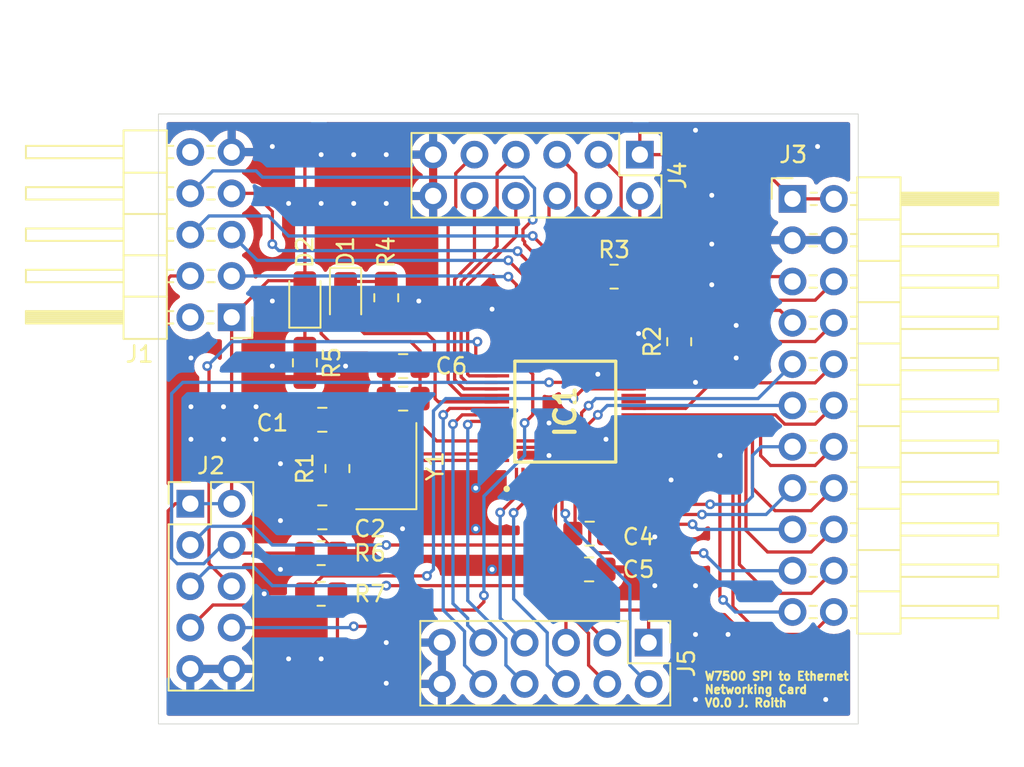
<source format=kicad_pcb>
(kicad_pcb (version 20240108) (generator "pcbnew") (generator_version "8.0")
  (layers (0 "F.Cu" signal) (31 "B.Cu" signal) (34 "B.Paste" user) (35 "F.Paste" user) (36 "B.SilkS" user "B.Silkscreen") (37 "F.SilkS" user "F.Silkscreen") (38 "B.Mask" user) (39 "F.Mask" user) (44 "Edge.Cuts" user))
  (net 0 "")
  (net 1 "XIN")
  (net 2 "GND")
  (net 3 "XOUT")
  (net 4 "+3V3")
  (net 5 "Net-(D1-K)")
  (net 6 "Net-(D2-K)")
  (net 7 "/MII Connector/RXDV")
  (net 8 "/MII Connector/TXD3")
  (net 9 "/MII Connector/TXEN")
  (net 10 "/Debug Interfaces/BOOT")
  (net 11 "/SPI & IRQ Connector/~{CS}")
  (net 12 "/SPI & IRQ Connector/MISO")
  (net 13 "/MII Connector/CRS")
  (net 14 "/Pin Header/PC_04")
  (net 15 "/MII Connector/RXD0")
  (net 18 "/MII Connector/RXD1")
  (net 19 "/Debug Interfaces/SWD_SWDCLK")
  (net 20 "Net-(IC1-TEST)")
  (net 21 "/MII Connector/RXD2")
  (net 22 "/Pin Header/PA_14")
  (net 23 "/MII Connector/MDC")
  (net 24 "/Debug Interfaces/~{RESET}")
  (net 26 "/Pin Header/PA_12")
  (net 27 "/MII Connector/PHY_IRQ")
  (net 28 "/Debug Interfaces/SWD_SWDIO")
  (net 29 "/Debug Interfaces/ISP_TXD")
  (net 30 "/Debug Interfaces/ISP_RXD")
  (net 31 "/MII Connector/COL")
  (net 32 "/MII Connector/TXD0")
  (net 33 "/MII Connector/TXCLK")
  (net 34 "/MII Connector/MDIO")
  (net 35 "/SPI & IRQ Connector/SCLK")
  (net 36 "/MII Connector/TXD2")
  (net 37 "/SPI & IRQ Connector/IRQ")
  (net 38 "/MII Connector/RXCLK")
  (net 39 "/Pin Header/PA_13")
  (net 40 "/MII Connector/RXD3")
  (net 41 "/MII Connector/~{PHY_RESET}")
  (net 42 "/SPI & IRQ Connector/MOSI")
  (net 43 "/Pin Header/PA_11")
  (net 44 "/MII Connector/TXD1")
  (net 47 "/W7500/PA_01")
  (net 48 "/W7500/PA_00")
  (net 49 "/W7500/PB_15")
  (net 50 "/Pin Header/PC_01")
  (net 51 "/Pin Header/PC_00")
  (net 52 "/Pin Header/PC_06")
  (net 53 "/Pin Header/PC_07")
  (net 54 "/Pin Header/PC_13")
  (net 55 "/Pin Header/PC_05")
  (net 56 "/Pin Header/PC_15")
  (net 57 "/Pin Header/PC_09")
  (net 58 "/Pin Header/PC_08")
  (net 59 "/Pin Header/PC_14")
  (net 60 "/Pin Header/PC_03")
  (net 61 "/Pin Header/PC_12")
  (net 62 "Net-(IC1-PA_08)")
  (net 63 "PC_02")
  (net 64 "/W7500/PB_14")
  (net 65 "/Pin Header/PA_10")
  (net 66 "/W7500/PA_09")
  (footprint "Resistor_SMD:R_0805_2012Metric_Pad1.20x1.40mm_HandSolder" (layer "F.Cu") (at 86.5 86.8 -90)
    (property "Reference" "R5")
    (property "Value" "500")
  )
  (footprint "Connector_PinHeader_2.54mm:PinHeader_2x06_P2.54mm_Vertical" (layer "F.Cu") (at 107.08 74 -90)
    (property "Reference" "J4")
    (property "Value" "Conn_02x06_Odd_Even")
  )
  (footprint "Resistor_SMD:R_0805_2012Metric_Pad1.20x1.40mm_HandSolder" (layer "F.Cu") (at 109.5 85.5 90)
    (property "Reference" "R2")
    (property "Value" "4.7k")
  )
  (footprint "Crystal:Crystal_SMD_5032-4Pin_5.0x3.2mm" (layer "F.Cu") (at 91.5 93.15 90)
    (property "Reference" "Y1")
    (property "Value" "8MHz")
  )
  (footprint "LED_SMD:LED_0805_2012Metric_Pad1.15x1.40mm_HandSolder" (layer "F.Cu") (at 86.5 82.775 90)
    (property "Reference" "D2")
    (property "Value" "LED")
  )
  (footprint "Connector_PinHeader_2.54mm:PinHeader_2x06_P2.54mm_Vertical" (layer "F.Cu") (at 107.62 104 -90)
    (property "Reference" "J5")
    (property "Value" "Conn_02x06_Odd_Even")
  )
  (footprint "Capacitor_SMD:C_0805_2012Metric_Pad1.18x1.45mm_HandSolder" (layer "F.Cu") (at 103.9625 99.5)
    (property "Reference" "C5")
    (property "Value" "10u")
  )
  (footprint "Capacitor_SMD:C_0805_2012Metric_Pad1.18x1.45mm_HandSolder" (layer "F.Cu") (at 92.5375 87 180)
    (property "Reference" "C6")
    (property "Value" "1u")
  )
  (footprint "Connector_PinHeader_2.54mm:PinHeader_2x11_P2.54mm_Horizontal" (layer "F.Cu") (at 116.46 76.72)
    (property "Reference" "J3")
    (property "Value" "Conn_02x11_Odd_Even")
  )
  (footprint "Resistor_SMD:R_0805_2012Metric_Pad1.20x1.40mm_HandSolder" (layer "F.Cu") (at 87.5 101 180)
    (property "Reference" "R7")
    (property "Value" "4.7k")
  )
  (footprint "Resistor_SMD:R_0805_2012Metric_Pad1.20x1.40mm_HandSolder" (layer "F.Cu") (at 87.5 98.5)
    (property "Reference" "R6")
    (property "Value" "4.7k")
  )
  (footprint "Connector_PinHeader_2.54mm:PinHeader_2x05_P2.54mm_Vertical" (layer "F.Cu") (at 79.46 95.46)
    (property "Reference" "J2")
    (property "Value" "Conn_02x05_Odd_Even")
  )
  (footprint "Capacitor_SMD:C_0805_2012Metric_Pad1.18x1.45mm_HandSolder" (layer "F.Cu") (at 104 97.3)
    (property "Reference" "C4")
    (property "Value" "1u")
  )
  (footprint "Resistor_SMD:R_0805_2012Metric_Pad1.20x1.40mm_HandSolder" (layer "F.Cu") (at 105.5 81.5)
    (property "Reference" "R3")
    (property "Value" "500")
  )
  (footprint "Capacitor_SMD:C_0805_2012Metric_Pad1.18x1.45mm_HandSolder" (layer "F.Cu") (at 92.5375 89 180)
    (property "Reference" "C3" (hide yes))
    (property "Value" "10u")
  )
  (footprint "SamacSys_Parts:QFP40P900X900X160-64N" (layer "F.Cu") (at 102.5 89.8 90)
    (property "Reference" "IC1")
    (property "Value" "W7500" (hide yes))
  )
  (footprint "LED_SMD:LED_0805_2012Metric_Pad1.15x1.40mm_HandSolder" (layer "F.Cu") (at 89 82.82 -90)
    (property "Reference" "D1")
    (property "Value" "LED")
  )
  (footprint "Capacitor_SMD:C_0805_2012Metric_Pad1.18x1.45mm_HandSolder" (layer "F.Cu") (at 87.57 90.3 180)
    (property "Reference" "C1")
    (property "Value" "18p")
  )
  (footprint "Connector_PinHeader_2.54mm:PinHeader_2x05_P2.54mm_Horizontal" (layer "F.Cu") (at 82 84 180)
    (property "Reference" "J1")
    (property "Value" "Conn_02x05_Odd_Even")
  )
  (footprint "Resistor_SMD:R_0805_2012Metric_Pad1.20x1.40mm_HandSolder" (layer "F.Cu") (at 91.5 82.8 -90)
    (property "Reference" "R4")
    (property "Value" "R")
  )
  (footprint "Capacitor_SMD:C_0805_2012Metric_Pad1.18x1.45mm_HandSolder" (layer "F.Cu") (at 87.57 96.3 180)
    (property "Reference" "C2")
    (property "Value" "18p")
  )
  (footprint "Resistor_SMD:R_0805_2012Metric_Pad1.20x1.40mm_HandSolder" (layer "F.Cu") (at 88.5 93.3 -90)
    (property "Reference" "R1")
    (property "Value" "1M")
  )
  (gr_rect (start 77.5 71.5) (end 120.5 109) (stroke (width 0.05)) (fill none) (layer "Edge.Cuts"))
  (gr_text "W7500 SPI to Ethernet\nNetworking Card\nV0.0 J. Roith\n" (at 111 108 0) (layer "F.SilkS") (effects (font (size 0.508 0.508) (thickness 0.127) (bold yes)) (justify left bottom)))
  (segment (start 98.3 92.4) (end 93.4 92.4) (width 0.2) (layer "F.Cu") (net 1))
  (segment (start 92.5 92.5) (end 92.5 91.5) (width 0.2) (layer "F.Cu") (net 1))
  (segment (start 92 93) (end 92.5 92.5) (width 0.2) (layer "F.Cu") (net 1))
  (segment (start 93.4 92.4) (end 92.5 91.5) (width 0.2) (layer "F.Cu") (net 1))
  (segment (start 88.5 92.3) (end 88.5 90.4075) (width 0.2) (layer "F.Cu") (net 1))
  (segment (start 89.2 93) (end 92 93) (width 0.2) (layer "F.Cu") (net 1))
  (segment (start 88.5 90.4075) (end 88.6075 90.3) (width 0.2) (layer "F.Cu") (net 1))
  (segment (start 89.1075 90.8) (end 88.6075 90.3) (width 0.2) (layer "F.Cu") (net 1))
  (segment (start 88.5 92.3) (end 89.2 93) (width 0.2) (layer "F.Cu") (net 1))
  (segment (start 111.74 79.26) (end 111.5 79.5) (width 0.2) (layer "F.Cu") (net 2))
  (segment (start 79.46 105.62) (end 84.88 105.62) (width 0.2) (layer "F.Cu") (net 2))
  (segment (start 102.434314 92.5) (end 101.5 92.5) (width 0.2) (layer "F.Cu") (net 2))
  (segment (start 84.88 105.62) (end 85.5 105) (width 0.2) (layer "F.Cu") (net 2))
  (segment (start 119 79.26) (end 111.74 79.26) (width 0.2) (layer "F.Cu") (net 2))
  (segment (start 79.46 81.46) (end 78.257919 81.46) (width 0.2) (layer "F.Cu") (net 2))
  (segment (start 102.7 94) (end 102.7 92.765686) (width 0.2) (layer "F.Cu") (net 2))
  (segment (start 86.5325 96.3) (end 86.5325 96.5325) (width 0.2) (layer "F.Cu") (net 2))
  (segment (start 105.0375 97.3) (end 107.8 97.3) (width 0.2) (layer "F.Cu") (net 2))
  (segment (start 90.5 91.5) (end 90.5 90) (width 0.2) (layer "F.Cu") (net 2))
  (segment (start 107 99.5) (end 108 100.5) (width 0.2) (layer "F.Cu") (net 2))
  (segment (start 90.5 90) (end 91.5 89) (width 0.2) (layer "F.Cu") (net 2))
  (segment (start 86.5325 96.5325) (end 88.5 98.5) (width 0.2) (layer "F.Cu") (net 2))
  (segment (start 101 92) (end 101.5 92.5) (width 0.2) (layer "F.Cu") (net 2))
  (segment (start 102.7 92.765686) (end 102.434314 92.5) (width 0.2) (layer "F.Cu") (net 2))
  (segment (start 105 99.5) (end 107 99.5) (width 0.2) (layer "F.Cu") (net 2))
  (segment (start 107.8 97.3) (end 108 97.5) (width 0.2) (layer "F.Cu") (net 2))
  (segment (start 78.257919 81.46) (end 78.1 81.617919) (width 0.2) (layer "F.Cu") (net 2))
  (segment (start 79.5 86.5) (end 78.1 85.1) (width 0.2) (layer "F.Cu") (net 2))
  (segment (start 78.1 85.1) (end 78.1 81.617919) (width 0.2) (layer "F.Cu") (net 2))
  (segment (start 92.7 83.8) (end 93.5 83) (width 0.2) (layer "F.Cu") (net 2))
  (segment (start 119 79.26) (end 116.46 79.26) (width 0.2) (layer "F.Cu") (net 2))
  (segment (start 79.46 105.62) (end 82 105.62) (width 0.2) (layer "F.Cu") (net 2))
  (segment (start 91.5 83.8) (end 92.7 83.8) (width 0.2) (layer "F.Cu") (net 2))
  (segment (start 98.3 92) (end 101 92) (width 0.2) (layer "F.Cu") (net 2))
  (via (at 85 96.5) (size 0.6) (drill 0.3) (layers "F.Cu" "B.Cu") (net 2))
  (via (at 91.5 104) (size 0.6) (drill 0.3) (layers "F.Cu" "B.Cu") (net 2))
  (via (at 109 94) (size 0.6) (drill 0.3) (layers "F.Cu" "B.Cu") (net 2))
  (via (at 87.5 77) (size 0.6) (drill 0.3) (layers "F.Cu" "B.Cu") (net 2))
  (via (at 98 83.5) (size 0.6) (drill 0.3) (layers "F.Cu" "B.Cu") (net 2))
  (via (at 108 100.5) (size 0.6) (drill 0.3) (layers "F.Cu" "B.Cu") (net 2))
  (via (at 89.5 77) (size 0.6) (drill 0.3) (layers "F.Cu" "B.Cu") (net 2))
  (via (at 110.5 72.5) (size 0.6) (drill 0.3) (layers "F.Cu" "B.Cu") (net 2))
  (via (at 84 101) (size 0.6) (drill 0.3) (layers "F.Cu" "B.Cu") (net 2))
  (via (at 79.5 89.5) (size 0.6) (drill 0.3) (layers "F.Cu" "B.Cu") (net 2))
  (via (at 79.5 86.5) (size 0.6) (drill 0.3) (layers "F.Cu" "B.Cu") (net 2))
  (via (at 89 87) (size 0.6) (drill 0.3) (layers "F.Cu" "B.Cu") (net 2))
  (via (at 85.5 77) (size 0.6) (drill 0.3) (layers "F.Cu" "B.Cu") (net 2))
  (via (at 83.5 91.5) (size 0.6) (drill 0.3) (layers "F.Cu" "B.Cu") (net 2))
  (via (at 97 97) (size 0.6) (drill 0.3) (layers "F.Cu" "B.Cu") (net 2))
  (via (at 113 86.5) (size 0.6) (drill 0.3) (layers "F.Cu" "B.Cu") (net 2))
  (via (at 87.5 105) (size 0.6) (drill 0.3) (layers "F.Cu" "B.Cu") (net 2))
  (via (at 118.5 107.5) (size 0.6) (drill 0.3) (layers "F.Cu" "B.Cu") (net 2))
  (via (at 84.5 83) (size 0.6) (drill 0.3) (layers "F.Cu" "B.Cu") (net 2))
  (via (at 110.5 107.5) (size 0.6) (drill 0.3) (layers "F.Cu" "B.Cu") (net 2))
  (via (at 85.5 105) (size 0.6) (drill 0.3) (layers "F.Cu" "B.Cu") (net 2))
  (via (at 111.5 82) (size 0.6) (drill 0.3) (layers "F.Cu" "B.Cu") (net 2))
  (via (at 110.5 103.5) (size 0.6) (drill 0.3) (layers "F.Cu" "B.Cu") (net 2))
  (via (at 113 84.5) (size 0.6) (drill 0.3) (layers "F.Cu" "B.Cu") (net 2))
  (via (at 93.5 83) (size 0.6) (drill 0.3) (layers "F.Cu" "B.Cu") (net 2))
  (via (at 87.5 74) (size 0.6) (drill 0.3) (layers "F.Cu" "B.Cu") (net 2))
  (via (at 92.5 97) (size 0.6) (drill 0.3) (layers "F.Cu" "B.Cu") (net 2))
  (via (at 112 92.5) (size 0.6) (drill 0.3) (layers "F.Cu" "B.Cu") (net 2))
  (via (at 81.5 89.5) (size 0.6) (drill 0.3) (layers "F.Cu" "B.Cu") (net 2))
  (via (at 97 94.5) (size 0.6) (drill 0.3) (layers "F.Cu" "B.Cu") (net 2))
  (via (at 118 73.5) (size 0.6) (drill 0.3) (layers "F.Cu" "B.Cu") (net 2))
  (via (at 105 91.5) (size 0.6) (drill 0.3) (layers "F.Cu" "B.Cu") (net 2))
  (via (at 111.5 79.5) (size 0.6) (drill 0.3) (layers "F.Cu" "B.Cu") (net 2))
  (via (at 91.5 77) (size 0.6) (drill 0.3) (layers "F.Cu" "B.Cu") (net 2))
  (via (at 101.5 90.5) (size 0.6) (drill 0.3) (layers "F.Cu" "B.Cu") (net 2))
  (via (at 111.5 76.5) (size 0.6) (drill 0.3) (layers "F.Cu" "B.Cu") (net 2))
  (via (at 104.5 87.5) (size 0.6) (drill 0.3) (layers "F.Cu" "B.Cu") (net 2))
  (via (at 108 97.5) (size 0.6) (drill 0.3) (layers "F.Cu" "B.Cu") (net 2))
  (via (at 81.5 91.5) (size 0.6) (drill 0.3) (layers "F.Cu" "B.Cu") (net 2))
  (via (at 98 99.5) (size 0.6) (drill 0.3) (layers "F.Cu" "B.Cu") (net 2))
  (via (at 112.5 103.5) (size 0.6) (drill 0.3) (layers "F.Cu" "B.Cu") (net 2))
  (via (at 84.5 73.5) (size 0.6) (drill 0.3) (layers "F.Cu" "B.Cu") (net 2))
  (via (at 91.5 74) (size 0.6) (drill 0.3) (layers "F.Cu" "B.Cu") (net 2))
  (via (at 110.5 88) (size 0.6) (drill 0.3) (layers "F.Cu" "B.Cu") (net 2))
  (via (at 83.5 89.5) (size 0.6) (drill 0.3) (layers "F.Cu" "B.Cu") (net 2))
  (via (at 85 93) (size 0.6) (drill 0.3) (layers "F.Cu" "B.Cu") (net 2))
  (via (at 107 85) (size 0.6) (drill 0.3) (layers "F.Cu" "B.Cu") (net 2))
  (via (at 79.5 91.5) (size 0.6) (drill 0.3) (layers "F.Cu" "B.Cu") (net 2))
  (via (at 85 99.5) (size 0.6) (drill 0.3) (layers "F.Cu" "B.Cu") (net 2))
  (via (at 110.5 100.5) (size 0.6) (drill 0.3) (layers "F.Cu" "B.Cu") (net 2))
  (via (at 84.5 87) (size 0.6) (drill 0.3) (layers "F.Cu" "B.Cu") (net 2))
  (via (at 101.5 92.5) (size 0.6) (drill 0.3) (layers "F.Cu" "B.Cu") (net 2))
  (via (at 91.5 106.5) (size 0.6) (drill 0.3) (layers "F.Cu" "B.Cu") (net 2))
  (via (at 89.5 74) (size 0.6) (drill 0.3) (layers "F.Cu" "B.Cu") (net 2))
  (segment (start 90 94.3) (end 90.5 94.8) (width 0.2) (layer "F.Cu") (net 3))
  (segment (start 88.5 96.1925) (end 88.6075 96.3) (width 0.2) (layer "F.Cu") (net 3))
  (segment (start 88.5 94.3) (end 90 94.3) (width 0.2) (layer "F.Cu") (net 3))
  (segment (start 98.3 92.8) (end 93.2 92.8) (width 0.2) (layer "F.Cu") (net 3))
  (segment (start 88.5 94.3) (end 88.5 96.1925) (width 0.2) (layer "F.Cu") (net 3))
  (segment (start 93.2 92.8) (end 92.5 93.5) (width 0.2) (layer "F.Cu") (net 3))
  (segment (start 91.8 93.5) (end 90.5 94.8) (width 0.2) (layer "F.Cu") (net 3))
  (segment (start 92.5 93.5) (end 91.8 93.5) (width 0.2) (layer "F.Cu") (net 3))
  (segment (start 89.2275 95.68) (end 88.6075 96.3) (width 0.2) (layer "F.Cu") (net 3))
  (segment (start 88 107) (end 88.5 106.5) (width 0.2) (layer "F.Cu") (net 4))
  (segment (start 102.925 97.3375) (end 102.9625 97.3) (width 0.2) (layer "F.Cu") (net 4))
  (segment (start 94.6 91.6) (end 98.3 91.6) (width 0.2) (layer "F.Cu") (net 4))
  (segment (start 93.575 87) (end 93.575 89) (width 0.2) (layer "F.Cu") (net 4))
  (segment (start 103.1 92.6) (end 103.1 94) (width 0.2) (layer "F.Cu") (net 4))
  (segment (start 102.6 91.6) (end 103 92) (width 0.2) (layer "F.Cu") (net 4))
  (segment (start 84.25 81.75) (end 82 84) (width 0.2) (layer "F.Cu") (net 4))
  (segment (start 106.6 72.1) (end 107.08 72.58) (width 0.2) (layer "F.Cu") (net 4))
  (segment (start 102.925 99.5) (end 102.925 97.3375) (width 0.2) (layer "F.Cu") (net 4))
  (segment (start 88 85.5) (end 87.5 85) (width 0.2) (layer "F.Cu") (net 4))
  (segment (start 86.5 81.75) (end 84.25 81.75) (width 0.2) (layer "F.Cu") (net 4))
  (segment (start 87.9 72.1) (end 106.6 72.1) (width 0.2) (layer "F.Cu") (net 4))
  (segment (start 87.5 85) (end 87.5 82.75) (width 0.2) (layer "F.Cu") (net 4))
  (segment (start 93 85.5) (end 88 85.5) (width 0.2) (layer "F.Cu") (net 4))
  (segment (start 113.74 74) (end 116.46 76.72) (width 0.2) (layer "F.Cu") (net 4))
  (segment (start 93.575 89) (end 93.575 90.575) (width 0.2) (layer "F.Cu") (net 4))
  (segment (start 88.5 106.5) (end 88.5 101) (width 0.2) (layer "F.Cu") (net 4))
  (segment (start 102.9625 97.3) (end 103.1 97.1625) (width 0.2) (layer "F.Cu") (net 4))
  (segment (start 78.5 107) (end 88 107) (width 0.2) (layer "F.Cu") (net 4))
  (segment (start 78.1 95.9) (end 78.1 106.6) (width 0.2) (layer "F.Cu") (net 4))
  (segment (start 86.5 81.75) (end 86.5 73.5) (width 0.2) (layer "F.Cu") (net 4))
  (segment (start 102.925 100.925) (end 104 102) (width 0.2) (layer "F.Cu") (net 4))
  (segment (start 98.3 91.6) (end 102.6 91.6) (width 0.2) (layer "F.Cu") (net 4))
  (segment (start 119 76.72) (end 116.46 76.72) (width 0.2) (layer "F.Cu") (net 4))
  (segment (start 107.5 102) (end 107.62 102.12) (width 0.2) (layer "F.Cu") (net 4))
  (segment (start 78.1 106.6) (end 78.5 107) (width 0.2) (layer "F.Cu") (net 4))
  (segment (start 79.46 95.46) (end 78.54 95.46) (width 0.2) (layer "F.Cu") (net 4))
  (segment (start 93.575 86.075) (end 93 85.5) (width 0.2) (layer "F.Cu") (net 4))
  (segment (start 103.1 97.1625) (end 103.1 94) (width 0.2) (layer "F.Cu") (net 4))
  (segment (start 107.08 74) (end 113.74 74) (width 0.2) (layer "F.Cu") (net 4))
  (segment (start 86.5 73.5) (end 87.9 72.1) (width 0.2) (layer "F.Cu") (net 4))
  (segment (start 107.08 72.58) (end 107.08 74) (width 0.2) (layer "F.Cu") (net 4))
  (segment (start 82 84) (end 82 95.46) (width 0.2) (layer "F.Cu") (net 4))
  (segment (start 87.5 82.75) (end 86.5 81.75) (width 0.2) (layer "F.Cu") (net 4))
  (segment (start 107.62 102.12) (end 107.62 104) (width 0.2) (layer "F.Cu") (net 4))
  (segment (start 78.54 95.46) (end 78.1 95.9) (width 0.2) (layer "F.Cu") (net 4))
  (segment (start 103 92) (end 103 92.5) (width 0.2) (layer "F.Cu") (net 4))
  (segment (start 93.575 87) (end 93.575 86.075) (width 0.2) (layer "F.Cu") (net 4))
  (segment (start 103 92.5) (end 103.1 92.6) (width 0.2) (layer "F.Cu") (net 4))
  (segment (start 102.925 99.5) (end 102.925 100.925) (width 0.2) (layer "F.Cu") (net 4))
  (segment (start 104 102) (end 107.5 102) (width 0.2) (layer "F.Cu") (net 4))
  (segment (start 93.575 90.575) (end 94.6 91.6) (width 0.2) (layer "F.Cu") (net 4))
  (segment (start 82 95.46) (end 79.46 95.46) (width 0.2) (layer "B.Cu") (net 4))
  (segment (start 91.5 81.8) (end 89.005 81.8) (width 0.2) (layer "F.Cu") (net 5))
  (segment (start 89.005 81.8) (end 89 81.795) (width 0.2) (layer "F.Cu") (net 5))
  (segment (start 86.5 85.8) (end 86.5 83.8) (width 0.2) (layer "F.Cu") (net 6))
  (segment (start 104.5 90) (end 103.9 90.6) (width 0.2) (layer "F.Cu") (net 7))
  (segment (start 103.9 90.6) (end 103.9 94) (width 0.2) (layer "F.Cu") (net 7))
  (via (at 104.5 90) (size 0.6) (drill 0.3) (layers "F.Cu" "B.Cu") (net 7))
  (segment (start 105.08 89.42) (end 105 89.5) (width 0.2) (layer "B.Cu") (net 7))
  (segment (start 116.46 89.42) (end 105.08 89.42) (width 0.2) (layer "B.Cu") (net 7))
  (segment (start 104.5 90) (end 105 89.5) (width 0.2) (layer "B.Cu") (net 7))
  (segment (start 106.7 90.4) (end 113.9 90.4) (width 0.2) (layer "F.Cu") (net 8))
  (segment (start 113.9 90.4) (end 114.5 91) (width 0.2) (layer "F.Cu") (net 8))
  (segment (start 114.5 91) (end 114.5 92.5) (width 0.2) (layer "F.Cu") (net 8))
  (segment (start 114.5 92.5) (end 115.11 93.11) (width 0.2) (layer "F.Cu") (net 8))
  (segment (start 115.11 93.11) (end 117.85 93.11) (width 0.2) (layer "F.Cu") (net 8))
  (segment (start 117.85 93.11) (end 119 91.96) (width 0.2) (layer "F.Cu") (net 8))
  (segment (start 115.983654 90.57) (end 117.85 90.57) (width 0.2) (layer "F.Cu") (net 9))
  (segment (start 117.85 90.57) (end 119 89.42) (width 0.2) (layer "F.Cu") (net 9))
  (segment (start 115.413654 90) (end 115.983654 90.57) (width 0.2) (layer "F.Cu") (net 9))
  (segment (start 106.7 90) (end 115.413654 90) (width 0.2) (layer "F.Cu") (net 9))
  (segment (start 102.5 88) (end 103.1 87.4) (width 0.2) (layer "F.Cu") (net 10))
  (segment (start 82.5 98.5) (end 82 98) (width 0.2) (layer "F.Cu") (net 10))
  (segment (start 86.5 98.5) (end 82.5 98.5) (width 0.2) (layer "F.Cu") (net 10))
  (segment (start 101.5 88) (end 102.5 88) (width 0.2) (layer "F.Cu") (net 10))
  (segment (start 103.1 87.4) (end 103.1 85.6) (width 0.2) (layer "F.Cu") (net 10))
  (via (at 101.5 88) (size 0.6) (drill 0.3) (layers "F.Cu" "B.Cu") (net 10))
  (segment (start 78.31 98.81) (end 78.65 99.15) (width 0.2) (layer "B.Cu") (net 10))
  (segment (start 79 88) (end 78.31 88.69) (width 0.2) (layer "B.Cu") (net 10))
  (segment (start 78.65 99.15) (end 80.284314 99.15) (width 0.2) (layer "B.Cu") (net 10))
  (segment (start 81.434314 98) (end 82 98) (width 0.2) (layer "B.Cu") (net 10))
  (segment (start 101.5 88) (end 79 88) (width 0.2) (layer "B.Cu") (net 10))
  (segment (start 80.284314 99.15) (end 81.434314 98) (width 0.2) (layer "B.Cu") (net 10))
  (segment (start 78.31 88.69) (end 78.31 98.81) (width 0.2) (layer "B.Cu") (net 10))
  (segment (start 100.7 85.6) (end 100.7 80.2) (width 0.2) (layer "F.Cu") (net 11))
  (segment (start 100 79.348529) (end 99.9 79.248529) (width 0.2) (layer "F.Cu") (net 11))
  (segment (start 99.9 79.248529) (end 99.9 78.6) (width 0.2) (layer "F.Cu") (net 11))
  (segment (start 99.9 78.6) (end 100.5 78) (width 0.2) (layer "F.Cu") (net 11))
  (segment (start 100.7 80.2) (end 100 79.5) (width 0.2) (layer "F.Cu") (net 11))
  (segment (start 100 79.5) (end 100 79.348529) (width 0.2) (layer "F.Cu") (net 11))
  (via (at 100.5 78) (size 0.6) (drill 0.3) (layers "F.Cu" "B.Cu") (net 11))
  (segment (start 83.5 75) (end 80.84 75) (width 0.2) (layer "B.Cu") (net 11))
  (segment (start 100.61 77.89) (end 100.61 76.063654) (width 0.2) (layer "B.Cu") (net 11))
  (segment (start 100.5 78) (end 100.61 77.89) (width 0.2) (layer "B.Cu") (net 11))
  (segment (start 100.61 76.063654) (end 99.936346 75.39) (width 0.2) (layer "B.Cu") (net 11))
  (segment (start 80.84 75) (end 79.46 76.38) (width 0.2) (layer "B.Cu") (net 11))
  (segment (start 83.89 75.39) (end 83.5 75) (width 0.2) (layer "B.Cu") (net 11))
  (segment (start 99.936346 75.39) (end 83.89 75.39) (width 0.2) (layer "B.Cu") (net 11))
  (segment (start 99.9 81.4) (end 99 80.5) (width 0.2) (layer "F.Cu") (net 12))
  (segment (start 99.9 85.6) (end 99.9 81.4) (width 0.2) (layer "F.Cu") (net 12))
  (via (at 99 80.5) (size 0.6) (drill 0.3) (layers "F.Cu" "B.Cu") (net 12))
  (segment (start 99 80.5) (end 83.58 80.5) (width 0.2) (layer "B.Cu") (net 12))
  (segment (start 83.58 80.5) (end 82 78.92) (width 0.2) (layer "B.Cu") (net 12))
  (segment (start 103.5 89.868626) (end 103.934313 89.434313) (width 0.2) (layer "F.Cu") (net 13))
  (segment (start 103.5 94) (end 103.5 89.868626) (width 0.2) (layer "F.Cu") (net 13))
  (via (at 103.934313 89.434313) (size 0.6) (drill 0.3) (layers "F.Cu" "B.Cu") (net 13))
  (segment (start 103.934313 89.434313) (end 104.368626 89) (width 0.2) (layer "B.Cu") (net 13))
  (segment (start 114.34 89) (end 116.46 86.88) (width 0.2) (layer "B.Cu") (net 13))
  (segment (start 104.368626 89) (end 114.34 89) (width 0.2) (layer "B.Cu") (net 13))
  (segment (start 97 90) (end 96.165687 90) (width 0.2) (layer "F.Cu") (net 14))
  (segment (start 96.165687 90) (end 95.6 90.565687) (width 0.2) (layer "F.Cu") (net 14))
  (segment (start 98.3 90) (end 97 90) (width 0.2) (layer "F.Cu") (net 14))
  (via (at 95.6 90.565687) (size 0.6) (drill 0.3) (layers "F.Cu" "B.Cu") (net 14))
  (segment (start 96.5 102.5) (end 96.5 102.934314) (width 0.2) (layer "B.Cu") (net 14))
  (segment (start 95.6 101.6) (end 96.5 102.5) (width 0.2) (layer "B.Cu") (net 14))
  (segment (start 96.5 102.934314) (end 97.46 103.894314) (width 0.2) (layer "B.Cu") (net 14))
  (segment (start 95.6 90.565687) (end 95.6 101.6) (width 0.2) (layer "B.Cu") (net 14))
  (segment (start 97.46 103.894314) (end 97.46 104) (width 0.2) (layer "B.Cu") (net 14))
  (segment (start 104.3 94) (end 104.3 96.440256) (width 0.2) (layer "F.Cu") (net 15))
  (segment (start 104 96.740256) (end 104 98) (width 0.2) (layer "F.Cu") (net 15))
  (segment (start 110.975 98.475) (end 111 98.5) (width 0.2) (layer "F.Cu") (net 15))
  (segment (start 104.3 96.440256) (end 104 96.740256) (width 0.2) (layer "F.Cu") (net 15))
  (segment (start 104.475 98.475) (end 110.975 98.475) (width 0.2) (layer "F.Cu") (net 15))
  (segment (start 104 98) (end 104.475 98.475) (width 0.2) (layer "F.Cu") (net 15))
  (via (at 111 98.5) (size 0.6) (drill 0.3) (layers "F.Cu" "B.Cu") (net 15))
  (segment (start 111 98.5) (end 112.08 99.58) (width 0.2) (layer "B.Cu") (net 15))
  (segment (start 112.08 99.58) (end 116.46 99.58) (width 0.2) (layer "B.Cu") (net 15))
  (segment (start 104.7 95.331372) (end 106.093325 96.724697) (width 0.2) (layer "F.Cu") (net 18))
  (segment (start 106.093325 96.724697) (end 110.316666 96.724697) (width 0.2) (layer "F.Cu") (net 18))
  (segment (start 104.7 94) (end 104.7 95.331372) (width 0.2) (layer "F.Cu") (net 18))
  (via (at 110.316666 96.724697) (size 0.6) (drill 0.3) (layers "F.Cu" "B.Cu") (net 18))
  (segment (start 110.316666 96.724697) (end 110.631969 97.04) (width 0.2) (layer "B.Cu") (net 18))
  (segment (start 110.631969 97.04) (end 116.46 97.04) (width 0.2) (layer "B.Cu") (net 18))
  (segment (start 97 85.6) (end 97.1 85.5) (width 0.2) (layer "F.Cu") (net 19))
  (segment (start 80.61 99.15) (end 82 100.54) (width 0.2) (layer "F.Cu") (net 19))
  (segment (start 98.3 86.8) (end 97.3 86.8) (width 0.2) (layer "F.Cu") (net 19))
  (segment (start 97 86.5) (end 97 85.6) (width 0.2) (layer "F.Cu") (net 19))
  (segment (start 80.5 87) (end 80.61 87.11) (width 0.2) (layer "F.Cu") (net 19))
  (segment (start 80.61 87.11) (end 80.61 99.15) (width 0.2) (layer "F.Cu") (net 19))
  (segment (start 97.3 86.8) (end 97 86.5) (width 0.2) (layer "F.Cu") (net 19))
  (via (at 97.1 85.5) (size 0.6) (drill 0.3) (layers "F.Cu" "B.Cu") (net 19))
  (via (at 80.5 87) (size 0.6) (drill 0.3) (layers "F.Cu" "B.Cu") (net 19))
  (segment (start 82 85.5) (end 80.5 87) (width 0.2) (layer "B.Cu") (net 19))
  (segment (start 97.1 85.5) (end 82 85.5) (width 0.2) (layer "B.Cu") (net 19))
  (segment (start 109.2 86.8) (end 109.5 86.5) (width 0.2) (layer "F.Cu") (net 20))
  (segment (start 106.7 86.8) (end 109.2 86.8) (width 0.2) (layer "F.Cu") (net 20))
  (segment (start 105.1 95.165686) (end 106.059011 96.124697) (width 0.2) (layer "F.Cu") (net 21))
  (segment (start 106.059011 96.124697) (end 110.900242 96.124697) (width 0.2) (layer "F.Cu") (net 21))
  (segment (start 105.1 94) (end 105.1 95.165686) (width 0.2) (layer "F.Cu") (net 21))
  (via (at 110.900242 96.124697) (size 0.6) (drill 0.3) (layers "F.Cu" "B.Cu") (net 21))
  (segment (start 110.900242 96.124697) (end 114.835303 96.124697) (width 0.2) (layer "B.Cu") (net 21))
  (segment (start 114.835303 96.124697) (end 116.46 94.5) (width 0.2) (layer "B.Cu") (net 21))
  (segment (start 102 76.54) (end 101.5 77.04) (width 0.2) (layer "F.Cu") (net 22))
  (segment (start 101.5 77.04) (end 101.5 85.6) (width 0.2) (layer "F.Cu") (net 22))
  (segment (start 117.85 82.95) (end 119 81.8) (width 0.2) (layer "F.Cu") (net 23))
  (segment (start 106.05 82.95) (end 105.1 83.9) (width 0.2) (layer "F.Cu") (net 23))
  (segment (start 117.85 82.95) (end 106.05 82.95) (width 0.2) (layer "F.Cu") (net 23))
  (segment (start 105.1 83.9) (end 105.1 85.6) (width 0.2) (layer "F.Cu") (net 23))
  (segment (start 87.6 99.9) (end 94 99.9) (width 0.2) (layer "F.Cu") (net 24))
  (segment (start 79.46 103.08) (end 80.85 101.69) (width 0.2) (layer "F.Cu") (net 24))
  (segment (start 86.5 101) (end 87.6 99.9) (width 0.2) (layer "F.Cu") (net 24))
  (segment (start 80.85 101.69) (end 85.81 101.69) (width 0.2) (layer "F.Cu") (net 24))
  (segment (start 85.81 101.69) (end 86.5 101) (width 0.2) (layer "F.Cu") (net 24))
  (segment (start 106.7 88.4) (end 103.6 88.4) (width 0.2) (layer "F.Cu") (net 24))
  (segment (start 103.6 88.4) (end 103 89) (width 0.2) (layer "F.Cu") (net 24))
  (via (at 103 89) (size 0.6) (drill 0.3) (layers "F.Cu" "B.Cu") (net 24))
  (via (at 94 99.9) (size 0.6) (drill 0.3) (layers "F.Cu" "B.Cu") (net 24))
  (segment (start 94.4 89.751471) (end 94.4 99.5) (width 0.2) (layer "B.Cu") (net 24))
  (segment (start 103 89) (end 95.151471 89) (width 0.2) (layer "B.Cu") (net 24))
  (segment (start 95.151471 89) (end 94.4 89.751471) (width 0.2) (layer "B.Cu") (net 24))
  (segment (start 94.4 99.5) (end 94 99.9) (width 0.2) (layer "B.Cu") (net 24))
  (segment (start 102.534315 79.334314) (end 103.434314 78.434315) (width 0.2) (layer "F.Cu") (net 26))
  (segment (start 103.434314 78.434315) (end 103.868629 78) (width 0.2) (layer "F.Cu") (net 26))
  (segment (start 104.54 77.5) (end 104.54 76.54) (width 0.2) (layer "F.Cu") (net 26))
  (segment (start 102.3 85.6) (end 102.3 79.568628) (width 0.2) (layer "F.Cu") (net 26))
  (segment (start 104.04 78) (end 104.54 77.5) (width 0.2) (layer "F.Cu") (net 26))
  (segment (start 103.868629 78) (end 104.04 78) (width 0.2) (layer "F.Cu") (net 26))
  (segment (start 102.3 79.568628) (end 102.534315 79.334314) (width 0.2) (layer "F.Cu") (net 26))
  (segment (start 108.5 88) (end 109.584744 88) (width 0.2) (layer "F.Cu") (net 27))
  (segment (start 107.7 87.2) (end 108.5 88) (width 0.2) (layer "F.Cu") (net 27))
  (segment (start 106.7 87.2) (end 107.7 87.2) (width 0.2) (layer "F.Cu") (net 27))
  (segment (start 112.094744 85.49) (end 117.85 85.49) (width 0.2) (layer "F.Cu") (net 27))
  (segment (start 109.584744 88) (end 112.094744 85.49) (width 0.2) (layer "F.Cu") (net 27))
  (segment (start 117.85 85.49) (end 119 84.34) (width 0.2) (layer "F.Cu") (net 27))
  (segment (start 90.5 103) (end 89.5 103) (width 0.2) (layer "F.Cu") (net 28))
  (segment (start 97.5 101.1) (end 97.5 101.5) (width 0.2) (layer "F.Cu") (net 28))
  (segment (start 100.5 87.5) (end 100.5 90) (width 0.2) (layer "F.Cu") (net 28))
  (segment (start 100.2 87.2) (end 100.5 87.5) (width 0.2) (layer "F.Cu") (net 28))
  (segment (start 98.3 87.2) (end 100.2 87.2) (width 0.2) (layer "F.Cu") (net 28))
  (segment (start 91.5 102) (end 90.5 103) (width 0.2) (layer "F.Cu") (net 28))
  (segment (start 97 102) (end 91.5 102) (width 0.2) (layer "F.Cu") (net 28))
  (segment (start 97.5 101.5) (end 97 102) (width 0.2) (layer "F.Cu") (net 28))
  (segment (start 100.5 90) (end 100 90.5) (width 0.2) (layer "F.Cu") (net 28))
  (via (at 100 90.5) (size 0.6) (drill 0.3) (layers "F.Cu" "B.Cu") (net 28))
  (via (at 97.5 101.1) (size 0.6) (drill 0.3) (layers "F.Cu" "B.Cu") (net 28))
  (via (at 89.5 103) (size 0.6) (drill 0.3) (layers "F.Cu" "B.Cu") (net 28))
  (segment (start 97.5 95) (end 97.5 101.1) (width 0.2) (layer "B.Cu") (net 28))
  (segment (start 89.42 103.08) (end 82 103.08) (width 0.2) (layer "B.Cu") (net 28))
  (segment (start 100 90.5) (end 100 92.5) (width 0.2) (layer "B.Cu") (net 28))
  (segment (start 100 92.5) (end 97.5 95) (width 0.2) (layer "B.Cu") (net 28))
  (segment (start 89.5 103) (end 89.42 103.08) (width 0.2) (layer "B.Cu") (net 28))
  (segment (start 100.3 94) (end 100.3 97.7) (width 0.2) (layer "F.Cu") (net 29))
  (segment (start 100 98) (end 91.5 98) (width 0.2) (layer "F.Cu") (net 29))
  (segment (start 100.3 97.7) (end 100 98) (width 0.2) (layer "F.Cu") (net 29))
  (via (at 91.5 98) (size 0.6) (drill 0.3) (layers "F.Cu" "B.Cu") (net 29))
  (segment (start 84.5 98) (end 83.35 96.85) (width 0.2) (layer "B.Cu") (net 29))
  (segment (start 80.61 96.85) (end 79.46 98) (width 0.2) (layer "B.Cu") (net 29))
  (segment (start 83.35 96.85) (end 80.61 96.85) (width 0.2) (layer "B.Cu") (net 29))
  (segment (start 91.5 98) (end 84.5 98) (width 0.2) (layer "B.Cu") (net 29))
  (segment (start 100.5 100.5) (end 91.5 100.5) (width 0.2) (layer "F.Cu") (net 30))
  (segment (start 100.7 94) (end 100.7 100.3) (width 0.2) (layer "F.Cu") (net 30))
  (segment (start 100.7 100.3) (end 100.5 100.5) (width 0.2) (layer "F.Cu") (net 30))
  (via (at 91.5 100.5) (size 0.6) (drill 0.3) (layers "F.Cu" "B.Cu") (net 30))
  (segment (start 83.39 99.39) (end 84.5 100.5) (width 0.2) (layer "B.Cu") (net 30))
  (segment (start 79.46 100.54) (end 80.61 99.39) (width 0.2) (layer "B.Cu") (net 30))
  (segment (start 84.5 100.5) (end 91.5 100.5) (width 0.2) (layer "B.Cu") (net 30))
  (segment (start 80.61 99.39) (end 83.39 99.39) (width 0.2) (layer "B.Cu") (net 30))
  (segment (start 111.47 88.03) (end 109.9 89.6) (width 0.2) (layer "F.Cu") (net 31))
  (segment (start 119 86.88) (end 117.85 88.03) (width 0.2) (layer "F.Cu") (net 31))
  (segment (start 117.85 88.03) (end 111.47 88.03) (width 0.2) (layer "F.Cu") (net 31))
  (segment (start 109.9 89.6) (end 106.7 89.6) (width 0.2) (layer "F.Cu") (net 31))
  (segment (start 106.7 91.6) (end 112.8 91.6) (width 0.2) (layer "F.Cu") (net 32))
  (segment (start 112.8 91.6) (end 113.2 92) (width 0.2) (layer "F.Cu") (net 32))
  (segment (start 113.2 92) (end 113.2 99.2) (width 0.2) (layer "F.Cu") (net 32))
  (segment (start 117.61 100.97) (end 119 99.58) (width 0.2) (layer "F.Cu") (net 32))
  (segment (start 113.2 99.2) (end 114.97 100.97) (width 0.2) (layer "F.Cu") (net 32))
  (segment (start 114.97 100.97) (end 117.61 100.97) (width 0.2) (layer "F.Cu") (net 32))
  (segment (start 114.5 103.5) (end 117.62 103.5) (width 0.2) (layer "F.Cu") (net 33))
  (segment (start 117.62 103.5) (end 119 102.12) (width 0.2) (layer "F.Cu") (net 33))
  (segment (start 112.8 92.5) (end 112.8 101.8) (width 0.2) (layer "F.Cu") (net 33))
  (segment (start 106.7 92) (end 112.3 92) (width 0.2) (layer "F.Cu") (net 33))
  (segment (start 112.3 92) (end 112.8 92.5) (width 0.2) (layer "F.Cu") (net 33))
  (segment (start 112.8 101.8) (end 114.5 103.5) (width 0.2) (layer "F.Cu") (net 33))
  (segment (start 116.16 81.5) (end 116.46 81.8) (width 0.2) (layer "F.Cu") (net 34))
  (segment (start 106.5 81.5) (end 116.16 81.5) (width 0.2) (layer "F.Cu") (net 34))
  (segment (start 104.7 85.6) (end 104.7 83.3) (width 0.2) (layer "F.Cu") (net 34))
  (segment (start 104.7 83.3) (end 106.5 81.5) (width 0.2) (layer "F.Cu") (net 34))
  (segment (start 100.3 85.6) (end 100.3 80.668626) (width 0.2) (layer "F.Cu") (net 35))
  (segment (start 84.5 77.5) (end 83.38 76.38) (width 0.2) (layer "F.Cu") (net 35))
  (segment (start 83.38 76.38) (end 82 76.38) (width 0.2) (layer "F.Cu") (net 35))
  (segment (start 100.3 80.668626) (end 99.565687 79.934313) (width 0.2) (layer "F.Cu") (net 35))
  (segment (start 84.5 79.5) (end 84.5 77.5) (width 0.2) (layer "F.Cu") (net 35))
  (via (at 84.5 79.5) (size 0.6) (drill 0.3) (layers "F.Cu" "B.Cu") (net 35))
  (via (at 99.565687 79.934313) (size 0.6) (drill 0.3) (layers "F.Cu" "B.Cu") (net 35))
  (segment (start 84.9 79.9) (end 84.5 79.5) (width 0.2) (layer "B.Cu") (net 35))
  (segment (start 99.565687 79.934313) (end 99.531374 79.9) (width 0.2) (layer "B.Cu") (net 35))
  (segment (start 99.531374 79.9) (end 84.9 79.9) (width 0.2) (layer "B.Cu") (net 35))
  (segment (start 106.7 90.8) (end 113.734314 90.8) (width 0.2) (layer "F.Cu") (net 36))
  (segment (start 114 94.5) (end 115.39 95.89) (width 0.2) (layer "F.Cu") (net 36))
  (segment (start 115.39 95.89) (end 117.61 95.89) (width 0.2) (layer "F.Cu") (net 36))
  (segment (start 113.734314 90.8) (end 114 91.065686) (width 0.2) (layer "F.Cu") (net 36))
  (segment (start 114 91.065686) (end 114 94.5) (width 0.2) (layer "F.Cu") (net 36))
  (segment (start 117.61 95.89) (end 119 94.5) (width 0.2) (layer "F.Cu") (net 36))
  (segment (start 101.1 85.6) (end 101.1 79.6) (width 0.2) (layer "F.Cu") (net 37))
  (segment (start 101.1 79.6) (end 100.5 79) (width 0.2) (layer "F.Cu") (net 37))
  (via (at 100.5 79) (size 0.6) (drill 0.3) (layers "F.Cu" "B.Cu") (net 37))
  (segment (start 80.61 77.77) (end 79.46 78.92) (width 0.2) (layer "B.Cu") (net 37))
  (segment (start 84.27 77.77) (end 80.61 77.77) (width 0.2) (layer "B.Cu") (net 37))
  (segment (start 85.5 79) (end 84.27 77.77) (width 0.2) (layer "B.Cu") (net 37))
  (segment (start 100.5 79) (end 85.5 79) (width 0.2) (layer "B.Cu") (net 37))
  (segment (start 112 101.175735) (end 112.2 101.375735) (width 0.2) (layer "F.Cu") (net 38))
  (segment (start 106.7 92.8) (end 111.3 92.8) (width 0.2) (layer "F.Cu") (net 38))
  (segment (start 111.3 92.8) (end 112 93.5) (width 0.2) (layer "F.Cu") (net 38))
  (segment (start 112 93.5) (end 112 101.175735) (width 0.2) (layer "F.Cu") (net 38))
  (via (at 112.2 101.375735) (size 0.6) (drill 0.3) (layers "F.Cu" "B.Cu") (net 38))
  (segment (start 112.2 101.375735) (end 112.944265 102.12) (width 0.2) (layer "B.Cu") (net 38))
  (segment (start 112.944265 102.12) (end 116.46 102.12) (width 0.2) (layer "B.Cu") (net 38))
  (segment (start 101.9 79.1) (end 103.15 77.85) (width 0.2) (layer "F.Cu") (net 39))
  (segment (start 101.9 85.6) (end 101.9 79.1) (width 0.2) (layer "F.Cu") (net 39))
  (segment (start 103.15 75.15) (end 102 74) (width 0.2) (layer "F.Cu") (net 39))
  (segment (start 103.15 77.85) (end 103.15 75.15) (width 0.2) (layer "F.Cu") (net 39))
  (segment (start 106 95.5) (end 111.4 95.5) (width 0.2) (layer "F.Cu") (net 40))
  (segment (start 105.5 95) (end 106 95.5) (width 0.2) (layer "F.Cu") (net 40))
  (segment (start 105.5 94) (end 105.5 95) (width 0.2) (layer "F.Cu") (net 40))
  (via (at 111.4 95.5) (size 0.6) (drill 0.3) (layers "F.Cu" "B.Cu") (net 40))
  (segment (start 113.5 95.5) (end 114 95) (width 0.2) (layer "B.Cu") (net 40))
  (segment (start 114 92.5) (end 114.54 91.96) (width 0.2) (layer "B.Cu") (net 40))
  (segment (start 114 95) (end 114 92.5) (width 0.2) (layer "B.Cu") (net 40))
  (segment (start 111.4 95.5) (end 113.5 95.5) (width 0.2) (layer "B.Cu") (net 40))
  (segment (start 114.54 91.96) (end 116.46 91.96) (width 0.2) (layer "B.Cu") (net 40))
  (segment (start 106.424785 83.575215) (end 115.695215 83.575215) (width 0.2) (layer "F.Cu") (net 41))
  (segment (start 105.5 85.6) (end 105.5 84.5) (width 0.2) (layer "F.Cu") (net 41))
  (segment (start 105.5 84.5) (end 106.424785 83.575215) (width 0.2) (layer "F.Cu") (net 41))
  (segment (start 115.695215 83.575215) (end 116.46 84.34) (width 0.2) (layer "F.Cu") (net 41))
  (segment (start 99.5 85.6) (end 99.5 82) (width 0.2) (layer "F.Cu") (net 42))
  (segment (start 99.5 82) (end 99 81.5) (width 0.2) (layer "F.Cu") (net 42))
  (via (at 99 81.5) (size 0.6) (drill 0.3) (layers "F.Cu" "B.Cu") (net 42))
  (segment (start 97.96 81.46) (end 82 81.46) (width 0.2) (layer "B.Cu") (net 42))
  (segment (start 98 81.5) (end 97.96 81.46) (width 0.2) (layer "B.Cu") (net 42))
  (segment (start 99 81.5) (end 98 81.5) (width 0.2) (layer "B.Cu") (net 42))
  (segment (start 105.5 78.5) (end 103.934314 78.5) (width 0.2) (layer "F.Cu") (net 43))
  (segment (start 105.93 78.07) (end 105.5 78.5) (width 0.2) (layer "F.Cu") (net 43))
  (segment (start 105.93 75.39) (end 105.93 78.07) (width 0.2) (layer "F.Cu") (net 43))
  (segment (start 104.54 74) (end 105.93 75.39) (width 0.2) (layer "F.Cu") (net 43))
  (segment (start 102.7 79.734314) (end 102.7 85.6) (width 0.2) (layer "F.Cu") (net 43))
  (segment (start 103.934314 78.5) (end 102.7 79.734314) (width 0.2) (layer "F.Cu") (net 43))
  (segment (start 113.6 97.1) (end 114.93 98.43) (width 0.2) (layer "F.Cu") (net 44))
  (segment (start 113.6 91.6) (end 113.6 97.1) (width 0.2) (layer "F.Cu") (net 44))
  (segment (start 106.7 91.2) (end 113.2 91.2) (width 0.2) (layer "F.Cu") (net 44))
  (segment (start 113.2 91.2) (end 113.6 91.6) (width 0.2) (layer "F.Cu") (net 44))
  (segment (start 114.93 98.43) (end 117.61 98.43) (width 0.2) (layer "F.Cu") (net 44))
  (segment (start 117.61 98.43) (end 119 97.04) (width 0.2) (layer "F.Cu") (net 44))
  (segment (start 95.3 87.997058) (end 95.3 77.7) (width 0.2) (layer "F.Cu") (net 50))
  (segment (start 95.77 75.15) (end 96.92 74) (width 0.2) (layer "F.Cu") (net 50))
  (segment (start 95.3 77.7) (end 95.77 77.23) (width 0.2) (layer "F.Cu") (net 50))
  (segment (start 95.77 77.23) (end 95.77 75.15) (width 0.2) (layer "F.Cu") (net 50))
  (segment (start 96.102942 88.8) (end 95.3 87.997058) (width 0.2) (layer "F.Cu") (net 50))
  (segment (start 98.3 88.8) (end 96.102942 88.8) (width 0.2) (layer "F.Cu") (net 50))
  (segment (start 95.7 87.831372) (end 95.7 81.668628) (width 0.2) (layer "F.Cu") (net 51))
  (segment (start 95.7 81.668628) (end 96.934314 80.434314) (width 0.2) (layer "F.Cu") (net 51))
  (segment (start 96.934314 80.434314) (end 96.92 80.42) (width 0.2) (layer "F.Cu") (net 51))
  (segment (start 96.268628 88.4) (end 95.7 87.831372) (width 0.2) (layer "F.Cu") (net 51))
  (segment (start 98.3 88.4) (end 96.268628 88.4) (width 0.2) (layer "F.Cu") (net 51))
  (segment (start 96.92 80.42) (end 96.92 76.54) (width 0.2) (layer "F.Cu") (net 51))
  (segment (start 96.6 87.6) (end 96.5 87.5) (width 0.2) (layer "F.Cu") (net 52))
  (segment (start 96.5 87.5) (end 96.5 82) (width 0.2) (layer "F.Cu") (net 52))
  (segment (start 99.5 78) (end 99.46 77.96) (width 0.2) (layer "F.Cu") (net 52))
  (segment (start 99.46 77.96) (end 99.46 76.54) (width 0.2) (layer "F.Cu") (net 52))
  (segment (start 98.3 87.6) (end 96.6 87.6) (width 0.2) (layer "F.Cu") (net 52))
  (segment (start 96.5 82) (end 99.5 79) (width 0.2) (layer "F.Cu") (net 52))
  (segment (start 99.5 79) (end 99.5 78) (width 0.2) (layer "F.Cu") (net 52))
  (segment (start 98.31 79.624314) (end 98.31 75.15) (width 0.2) (layer "F.Cu") (net 53))
  (segment (start 96.1 81.834314) (end 98.31 79.624314) (width 0.2) (layer "F.Cu") (net 53))
  (segment (start 96.1 87.665686) (end 96.1 81.834314) (width 0.2) (layer "F.Cu") (net 53))
  (segment (start 98.31 75.15) (end 99.46 74) (width 0.2) (layer "F.Cu") (net 53))
  (segment (start 98.3 88) (end 96.434314 88) (width 0.2) (layer "F.Cu") (net 53))
  (segment (start 96.434314 88) (end 96.1 87.665686) (width 0.2) (layer "F.Cu") (net 53))
  (segment (start 101.5 101) (end 103.93 103.43) (width 0.2) (layer "F.Cu") (net 54))
  (segment (start 103.93 103.43) (end 103.93 105.39) (width 0.2) (layer "F.Cu") (net 54))
  (segment (start 101.5 94) (end 101.5 101) (width 0.2) (layer "F.Cu") (net 54))
  (segment (start 103.93 105.39) (end 105.08 106.54) (width 0.2) (layer "F.Cu") (net 54))
  (segment (start 98.3 90.4) (end 96.707108 90.4) (width 0.2) (layer "F.Cu") (net 55))
  (segment (start 96.707108 90.4) (end 96.507108 90.6) (width 0.2) (layer "F.Cu") (net 55))
  (via (at 96.507108 90.6) (size 0.6) (drill 0.3) (layers "F.Cu" "B.Cu") (net 55))
  (segment (start 96.507108 90.6) (end 96.507108 101.420762) (width 0.2) (layer "B.Cu") (net 55))
  (segment (start 96.507108 101.420762) (end 98.85 103.763654) (width 0.2) (layer "B.Cu") (net 55))
  (segment (start 98.85 105.39) (end 100 106.54) (width 0.2) (layer "B.Cu") (net 55))
  (segment (start 98.85 103.763654) (end 98.85 105.39) (width 0.2) (layer "B.Cu") (net 55))
  (segment (start 102.3 95.875) (end 102.5 96.075) (width 0.2) (layer "F.Cu") (net 56))
  (segment (start 102.3 94) (end 102.3 95.875) (width 0.2) (layer "F.Cu") (net 56))
  (via (at 102.5 96.075) (size 0.6) (drill 0.3) (layers "F.Cu" "B.Cu") (net 56))
  (segment (start 106.47 100.47) (end 102.5 96.5) (width 0.2) (layer "B.Cu") (net 56))
  (segment (start 107.62 106.54) (end 106.47 105.39) (width 0.2) (layer "B.Cu") (net 56))
  (segment (start 102.5 96.5) (end 102.5 96.075) (width 0.2) (layer "B.Cu") (net 56))
  (segment (start 106.47 105.39) (end 106.47 100.47) (width 0.2) (layer "B.Cu") (net 56))
  (segment (start 99.9 94) (end 99.9 95.448529) (width 0.2) (layer "F.Cu") (net 57))
  (segment (start 99.9 95.448529) (end 99.324266 96.024263) (width 0.2) (layer "F.Cu") (net 57))
  (via (at 99.324266 96.024263) (size 0.6) (drill 0.3) (layers "F.Cu" "B.Cu") (net 57))
  (segment (start 101.39 103.39) (end 101.39 105.39) (width 0.2) (layer "B.Cu") (net 57))
  (segment (start 99.324266 101.324266) (end 101.39 103.39) (width 0.2) (layer "B.Cu") (net 57))
  (segment (start 101.39 105.39) (end 102.54 106.54) (width 0.2) (layer "B.Cu") (net 57))
  (segment (start 99.324266 96.024263) (end 99.324266 101.324266) (width 0.2) (layer "B.Cu") (net 57))
  (segment (start 99.5 94) (end 99.5 95) (width 0.2) (layer "F.Cu") (net 58))
  (segment (start 99.5 95) (end 98.5 96) (width 0.2) (layer "F.Cu") (net 58))
  (via (at 98.5 96) (size 0.6) (drill 0.3) (layers "F.Cu" "B.Cu") (net 58))
  (segment (start 98.5 96) (end 98.5 102.5) (width 0.2) (layer "B.Cu") (net 58))
  (segment (start 98.5 102.5) (end 100 104) (width 0.2) (layer "B.Cu") (net 58))
  (segment (start 101.9 100.82) (end 105.08 104) (width 0.2) (layer "F.Cu") (net 59))
  (segment (start 101.9 94) (end 101.9 100.82) (width 0.2) (layer "F.Cu") (net 59))
  (segment (start 96.42157 89.6) (end 98.3 89.6) (width 0.2) (layer "F.Cu") (net 60))
  (segment (start 95.4 89.6) (end 95 90) (width 0.2) (layer "F.Cu") (net 60))
  (segment (start 96.42157 89.6) (end 95.4 89.6) (width 0.2) (layer "F.Cu") (net 60))
  (via (at 95 90) (size 0.6) (drill 0.3) (layers "F.Cu" "B.Cu") (net 60))
  (segment (start 95 102) (end 96.31 103.31) (width 0.2) (layer "B.Cu") (net 60))
  (segment (start 95 90) (end 95 102) (width 0.2) (layer "B.Cu") (net 60))
  (segment (start 96.31 103.31) (end 96.31 105.39) (width 0.2) (layer "B.Cu") (net 60))
  (segment (start 96.31 105.39) (end 97.46 106.54) (width 0.2) (layer "B.Cu") (net 60))
  (segment (start 101.1 94) (end 101.1 101.165686) (width 0.2) (layer "F.Cu") (net 61))
  (segment (start 102.54 102.605686) (end 102.54 104) (width 0.2) (layer "F.Cu") (net 61))
  (segment (start 101.1 101.165686) (end 102.54 102.605686) (width 0.2) (layer "F.Cu") (net 61))
  (segment (start 104.3 81.7) (end 104.5 81.5) (width 0.2) (layer "F.Cu") (net 62))
  (segment (start 104.3 85.6) (end 104.3 81.7) (width 0.2) (layer "F.Cu") (net 62))
  (segment (start 94.4625 85.4625) (end 94 85) (width 0.2) (layer "F.Cu") (net 63))
  (segment (start 94.7 89.2) (end 94.5 89) (width 0.2) (layer "F.Cu") (net 63))
  (segment (start 94 85) (end 90.155 85) (width 0.2) (layer "F.Cu") (net 63))
  (segment (start 94.5 87.112744) (end 94.4625 87.075244) (width 0.2) (layer "F.Cu") (net 63))
  (segment (start 90.155 85) (end 89 83.845) (width 0.2) (layer "F.Cu") (net 63))
  (segment (start 94.4625 87.075244) (end 94.4625 85.4625) (width 0.2) (layer "F.Cu") (net 63))
  (segment (start 94.5 89) (end 94.5 87.112744) (width 0.2) (layer "F.Cu") (net 63))
  (segment (start 98.3 89.2) (end 94.7 89.2) (width 0.2) (layer "F.Cu") (net 63))
  (segment (start 107.08 77.92) (end 107.08 76.54) (width 0.2) (layer "F.Cu") (net 65))
  (segment (start 106 79) (end 107.08 77.92) (width 0.2) (layer "F.Cu") (net 65))
  (segment (start 104 79) (end 106 79) (width 0.2) (layer "F.Cu") (net 65))
  (segment (start 103.5 85.6) (end 103.5 79.5) (width 0.2) (layer "F.Cu") (net 65))
  (segment (start 103.5 79.5) (end 104 79) (width 0.2) (layer "F.Cu") (net 65))
  (zone (net 2) (net_name "GND") (layers "F&B.Cu") (connect_pads (clearance 0.5)) (min_thickness 0.25) (fill yes (thermal_gap 0.5) (thermal_bridge_width 0.5))
    (polygon (pts (xy 77.5 71.5) (xy 120.5 71.5) (xy 120.5 109) (xy 77.5 109)))
  )
)
</source>
